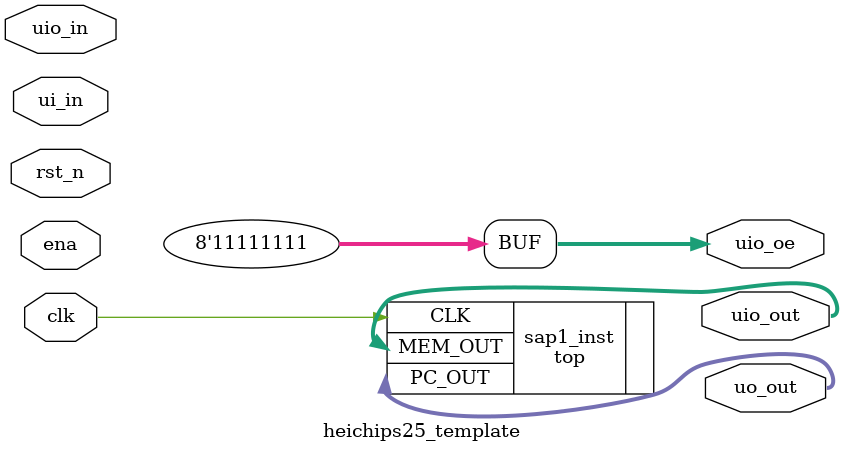
<source format=sv>


`include "adder.v"
`include "clock.v"
`include "controller.v"
`include "ir.v"
`include "memory.v"
`include "pc.v"
`include "reg_a.v"
`include "reg_b.v"
`include "top.v"

`default_nettype none

module heichips25_template (
    input  wire [7:0] ui_in,    // Dedicated inputs
    output wire [7:0] uo_out,   // Dedicated outputs
    input  wire [7:0] uio_in,   // IOs: Input path
    output wire [7:0] uio_out,  // IOs: Output path
    output wire [7:0] uio_oe,   // IOs: Enable path (active high: 0=input, 1=output)
    input  wire       ena,      // always 1 when the design is powered, so you can ignore it
    input  wire       clk,      // clock
    input  wire       rst_n     // reset_n - low to reset

);

    // List all unused inputs to prevent warnings
    wire _unused = &{ena, ui_in[7:1], uio_in[7:0], uo_out[7:0], uio_out[7:0], uio_oe[7:0]};

    top sap1_inst (
        .CLK(clk),
        .PC_OUT(uo_out),
        .MEM_OUT(uio_out)
        //.RST(~rst_n) // Active low reset
    );

    
    assign uio_oe  = '1;

endmodule

</source>
